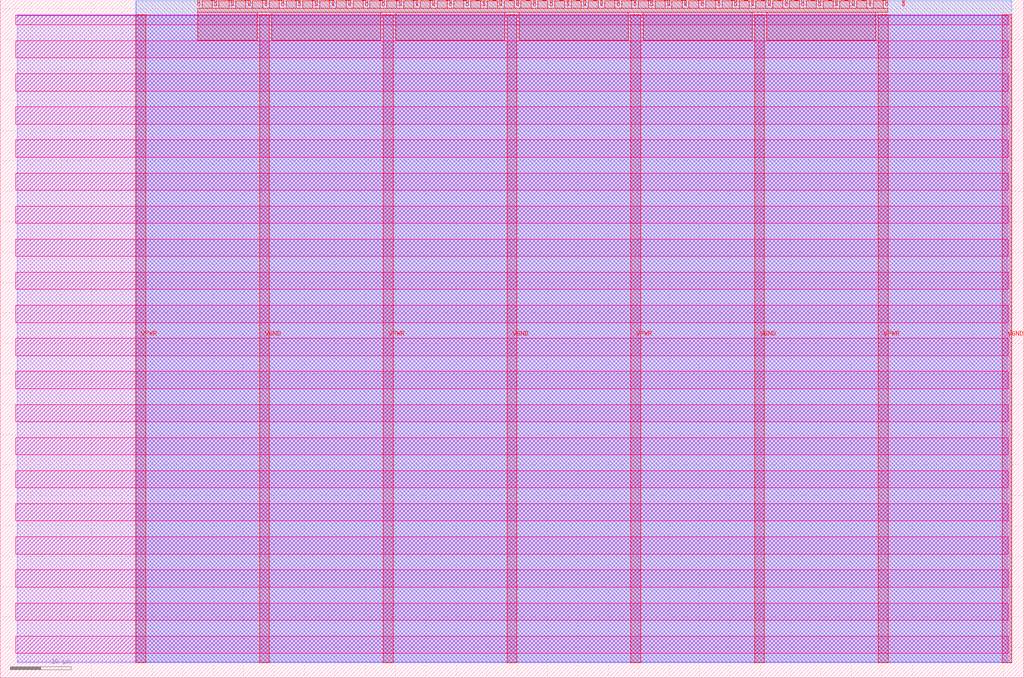
<source format=lef>
VERSION 5.7 ;
  NOWIREEXTENSIONATPIN ON ;
  DIVIDERCHAR "/" ;
  BUSBITCHARS "[]" ;
MACRO tt_um_wokwi_380120751165092865
  CLASS BLOCK ;
  FOREIGN tt_um_wokwi_380120751165092865 ;
  ORIGIN 0.000 0.000 ;
  SIZE 168.360 BY 111.520 ;
  PIN VGND
    DIRECTION INOUT ;
    USE GROUND ;
    PORT
      LAYER met4 ;
        RECT 42.670 2.480 44.270 109.040 ;
    END
    PORT
      LAYER met4 ;
        RECT 83.380 2.480 84.980 109.040 ;
    END
    PORT
      LAYER met4 ;
        RECT 124.090 2.480 125.690 109.040 ;
    END
    PORT
      LAYER met4 ;
        RECT 164.800 2.480 166.400 109.040 ;
    END
  END VGND
  PIN VPWR
    DIRECTION INOUT ;
    USE POWER ;
    PORT
      LAYER met4 ;
        RECT 22.315 2.480 23.915 109.040 ;
    END
    PORT
      LAYER met4 ;
        RECT 63.025 2.480 64.625 109.040 ;
    END
    PORT
      LAYER met4 ;
        RECT 103.735 2.480 105.335 109.040 ;
    END
    PORT
      LAYER met4 ;
        RECT 144.445 2.480 146.045 109.040 ;
    END
  END VPWR
  PIN clk
    DIRECTION INPUT ;
    USE SIGNAL ;
    ANTENNAGATEAREA 0.159000 ;
    PORT
      LAYER met4 ;
        RECT 145.670 110.520 145.970 111.520 ;
    END
  END clk
  PIN ena
    DIRECTION INPUT ;
    USE SIGNAL ;
    PORT
      LAYER met4 ;
        RECT 148.430 110.520 148.730 111.520 ;
    END
  END ena
  PIN rst_n
    DIRECTION INPUT ;
    USE SIGNAL ;
    ANTENNAGATEAREA 0.213000 ;
    PORT
      LAYER met4 ;
        RECT 142.910 110.520 143.210 111.520 ;
    END
  END rst_n
  PIN ui_in[0]
    DIRECTION INPUT ;
    USE SIGNAL ;
    ANTENNAGATEAREA 0.196500 ;
    PORT
      LAYER met4 ;
        RECT 140.150 110.520 140.450 111.520 ;
    END
  END ui_in[0]
  PIN ui_in[1]
    DIRECTION INPUT ;
    USE SIGNAL ;
    ANTENNAGATEAREA 0.196500 ;
    PORT
      LAYER met4 ;
        RECT 137.390 110.520 137.690 111.520 ;
    END
  END ui_in[1]
  PIN ui_in[2]
    DIRECTION INPUT ;
    USE SIGNAL ;
    ANTENNAGATEAREA 0.196500 ;
    PORT
      LAYER met4 ;
        RECT 134.630 110.520 134.930 111.520 ;
    END
  END ui_in[2]
  PIN ui_in[3]
    DIRECTION INPUT ;
    USE SIGNAL ;
    ANTENNAGATEAREA 0.196500 ;
    PORT
      LAYER met4 ;
        RECT 131.870 110.520 132.170 111.520 ;
    END
  END ui_in[3]
  PIN ui_in[4]
    DIRECTION INPUT ;
    USE SIGNAL ;
    PORT
      LAYER met4 ;
        RECT 129.110 110.520 129.410 111.520 ;
    END
  END ui_in[4]
  PIN ui_in[5]
    DIRECTION INPUT ;
    USE SIGNAL ;
    PORT
      LAYER met4 ;
        RECT 126.350 110.520 126.650 111.520 ;
    END
  END ui_in[5]
  PIN ui_in[6]
    DIRECTION INPUT ;
    USE SIGNAL ;
    ANTENNAGATEAREA 0.196500 ;
    PORT
      LAYER met4 ;
        RECT 123.590 110.520 123.890 111.520 ;
    END
  END ui_in[6]
  PIN ui_in[7]
    DIRECTION INPUT ;
    USE SIGNAL ;
    ANTENNAGATEAREA 0.196500 ;
    PORT
      LAYER met4 ;
        RECT 120.830 110.520 121.130 111.520 ;
    END
  END ui_in[7]
  PIN uio_in[0]
    DIRECTION INPUT ;
    USE SIGNAL ;
    PORT
      LAYER met4 ;
        RECT 118.070 110.520 118.370 111.520 ;
    END
  END uio_in[0]
  PIN uio_in[1]
    DIRECTION INPUT ;
    USE SIGNAL ;
    PORT
      LAYER met4 ;
        RECT 115.310 110.520 115.610 111.520 ;
    END
  END uio_in[1]
  PIN uio_in[2]
    DIRECTION INPUT ;
    USE SIGNAL ;
    PORT
      LAYER met4 ;
        RECT 112.550 110.520 112.850 111.520 ;
    END
  END uio_in[2]
  PIN uio_in[3]
    DIRECTION INPUT ;
    USE SIGNAL ;
    PORT
      LAYER met4 ;
        RECT 109.790 110.520 110.090 111.520 ;
    END
  END uio_in[3]
  PIN uio_in[4]
    DIRECTION INPUT ;
    USE SIGNAL ;
    PORT
      LAYER met4 ;
        RECT 107.030 110.520 107.330 111.520 ;
    END
  END uio_in[4]
  PIN uio_in[5]
    DIRECTION INPUT ;
    USE SIGNAL ;
    PORT
      LAYER met4 ;
        RECT 104.270 110.520 104.570 111.520 ;
    END
  END uio_in[5]
  PIN uio_in[6]
    DIRECTION INPUT ;
    USE SIGNAL ;
    PORT
      LAYER met4 ;
        RECT 101.510 110.520 101.810 111.520 ;
    END
  END uio_in[6]
  PIN uio_in[7]
    DIRECTION INPUT ;
    USE SIGNAL ;
    PORT
      LAYER met4 ;
        RECT 98.750 110.520 99.050 111.520 ;
    END
  END uio_in[7]
  PIN uio_oe[0]
    DIRECTION OUTPUT TRISTATE ;
    USE SIGNAL ;
    PORT
      LAYER met4 ;
        RECT 51.830 110.520 52.130 111.520 ;
    END
  END uio_oe[0]
  PIN uio_oe[1]
    DIRECTION OUTPUT TRISTATE ;
    USE SIGNAL ;
    PORT
      LAYER met4 ;
        RECT 49.070 110.520 49.370 111.520 ;
    END
  END uio_oe[1]
  PIN uio_oe[2]
    DIRECTION OUTPUT TRISTATE ;
    USE SIGNAL ;
    PORT
      LAYER met4 ;
        RECT 46.310 110.520 46.610 111.520 ;
    END
  END uio_oe[2]
  PIN uio_oe[3]
    DIRECTION OUTPUT TRISTATE ;
    USE SIGNAL ;
    PORT
      LAYER met4 ;
        RECT 43.550 110.520 43.850 111.520 ;
    END
  END uio_oe[3]
  PIN uio_oe[4]
    DIRECTION OUTPUT TRISTATE ;
    USE SIGNAL ;
    PORT
      LAYER met4 ;
        RECT 40.790 110.520 41.090 111.520 ;
    END
  END uio_oe[4]
  PIN uio_oe[5]
    DIRECTION OUTPUT TRISTATE ;
    USE SIGNAL ;
    PORT
      LAYER met4 ;
        RECT 38.030 110.520 38.330 111.520 ;
    END
  END uio_oe[5]
  PIN uio_oe[6]
    DIRECTION OUTPUT TRISTATE ;
    USE SIGNAL ;
    PORT
      LAYER met4 ;
        RECT 35.270 110.520 35.570 111.520 ;
    END
  END uio_oe[6]
  PIN uio_oe[7]
    DIRECTION OUTPUT TRISTATE ;
    USE SIGNAL ;
    PORT
      LAYER met4 ;
        RECT 32.510 110.520 32.810 111.520 ;
    END
  END uio_oe[7]
  PIN uio_out[0]
    DIRECTION OUTPUT TRISTATE ;
    USE SIGNAL ;
    PORT
      LAYER met4 ;
        RECT 73.910 110.520 74.210 111.520 ;
    END
  END uio_out[0]
  PIN uio_out[1]
    DIRECTION OUTPUT TRISTATE ;
    USE SIGNAL ;
    PORT
      LAYER met4 ;
        RECT 71.150 110.520 71.450 111.520 ;
    END
  END uio_out[1]
  PIN uio_out[2]
    DIRECTION OUTPUT TRISTATE ;
    USE SIGNAL ;
    PORT
      LAYER met4 ;
        RECT 68.390 110.520 68.690 111.520 ;
    END
  END uio_out[2]
  PIN uio_out[3]
    DIRECTION OUTPUT TRISTATE ;
    USE SIGNAL ;
    PORT
      LAYER met4 ;
        RECT 65.630 110.520 65.930 111.520 ;
    END
  END uio_out[3]
  PIN uio_out[4]
    DIRECTION OUTPUT TRISTATE ;
    USE SIGNAL ;
    PORT
      LAYER met4 ;
        RECT 62.870 110.520 63.170 111.520 ;
    END
  END uio_out[4]
  PIN uio_out[5]
    DIRECTION OUTPUT TRISTATE ;
    USE SIGNAL ;
    PORT
      LAYER met4 ;
        RECT 60.110 110.520 60.410 111.520 ;
    END
  END uio_out[5]
  PIN uio_out[6]
    DIRECTION OUTPUT TRISTATE ;
    USE SIGNAL ;
    PORT
      LAYER met4 ;
        RECT 57.350 110.520 57.650 111.520 ;
    END
  END uio_out[6]
  PIN uio_out[7]
    DIRECTION OUTPUT TRISTATE ;
    USE SIGNAL ;
    PORT
      LAYER met4 ;
        RECT 54.590 110.520 54.890 111.520 ;
    END
  END uio_out[7]
  PIN uo_out[0]
    DIRECTION OUTPUT TRISTATE ;
    USE SIGNAL ;
    ANTENNADIFFAREA 0.795200 ;
    PORT
      LAYER met4 ;
        RECT 95.990 110.520 96.290 111.520 ;
    END
  END uo_out[0]
  PIN uo_out[1]
    DIRECTION OUTPUT TRISTATE ;
    USE SIGNAL ;
    ANTENNADIFFAREA 0.445500 ;
    PORT
      LAYER met4 ;
        RECT 93.230 110.520 93.530 111.520 ;
    END
  END uo_out[1]
  PIN uo_out[2]
    DIRECTION OUTPUT TRISTATE ;
    USE SIGNAL ;
    ANTENNADIFFAREA 0.795200 ;
    PORT
      LAYER met4 ;
        RECT 90.470 110.520 90.770 111.520 ;
    END
  END uo_out[2]
  PIN uo_out[3]
    DIRECTION OUTPUT TRISTATE ;
    USE SIGNAL ;
    ANTENNADIFFAREA 0.795200 ;
    PORT
      LAYER met4 ;
        RECT 87.710 110.520 88.010 111.520 ;
    END
  END uo_out[3]
  PIN uo_out[4]
    DIRECTION OUTPUT TRISTATE ;
    USE SIGNAL ;
    ANTENNADIFFAREA 0.795200 ;
    PORT
      LAYER met4 ;
        RECT 84.950 110.520 85.250 111.520 ;
    END
  END uo_out[4]
  PIN uo_out[5]
    DIRECTION OUTPUT TRISTATE ;
    USE SIGNAL ;
    PORT
      LAYER met4 ;
        RECT 82.190 110.520 82.490 111.520 ;
    END
  END uo_out[5]
  PIN uo_out[6]
    DIRECTION OUTPUT TRISTATE ;
    USE SIGNAL ;
    PORT
      LAYER met4 ;
        RECT 79.430 110.520 79.730 111.520 ;
    END
  END uo_out[6]
  PIN uo_out[7]
    DIRECTION OUTPUT TRISTATE ;
    USE SIGNAL ;
    PORT
      LAYER met4 ;
        RECT 76.670 110.520 76.970 111.520 ;
    END
  END uo_out[7]
  OBS
      LAYER nwell ;
        RECT 2.570 107.385 165.790 108.990 ;
        RECT 2.570 101.945 165.790 104.775 ;
        RECT 2.570 96.505 165.790 99.335 ;
        RECT 2.570 91.065 165.790 93.895 ;
        RECT 2.570 85.625 165.790 88.455 ;
        RECT 2.570 80.185 165.790 83.015 ;
        RECT 2.570 74.745 165.790 77.575 ;
        RECT 2.570 69.305 165.790 72.135 ;
        RECT 2.570 63.865 165.790 66.695 ;
        RECT 2.570 58.425 165.790 61.255 ;
        RECT 2.570 52.985 165.790 55.815 ;
        RECT 2.570 47.545 165.790 50.375 ;
        RECT 2.570 42.105 165.790 44.935 ;
        RECT 2.570 36.665 165.790 39.495 ;
        RECT 2.570 31.225 165.790 34.055 ;
        RECT 2.570 25.785 165.790 28.615 ;
        RECT 2.570 20.345 165.790 23.175 ;
        RECT 2.570 14.905 165.790 17.735 ;
        RECT 2.570 9.465 165.790 12.295 ;
        RECT 2.570 4.025 165.790 6.855 ;
      LAYER li1 ;
        RECT 2.760 2.635 165.600 108.885 ;
      LAYER met1 ;
        RECT 2.760 2.480 166.400 109.040 ;
      LAYER met2 ;
        RECT 22.345 2.535 166.370 111.365 ;
      LAYER met3 ;
        RECT 22.325 2.555 166.390 111.345 ;
      LAYER met4 ;
        RECT 33.210 110.120 34.870 111.345 ;
        RECT 35.970 110.120 37.630 111.345 ;
        RECT 38.730 110.120 40.390 111.345 ;
        RECT 41.490 110.120 43.150 111.345 ;
        RECT 44.250 110.120 45.910 111.345 ;
        RECT 47.010 110.120 48.670 111.345 ;
        RECT 49.770 110.120 51.430 111.345 ;
        RECT 52.530 110.120 54.190 111.345 ;
        RECT 55.290 110.120 56.950 111.345 ;
        RECT 58.050 110.120 59.710 111.345 ;
        RECT 60.810 110.120 62.470 111.345 ;
        RECT 63.570 110.120 65.230 111.345 ;
        RECT 66.330 110.120 67.990 111.345 ;
        RECT 69.090 110.120 70.750 111.345 ;
        RECT 71.850 110.120 73.510 111.345 ;
        RECT 74.610 110.120 76.270 111.345 ;
        RECT 77.370 110.120 79.030 111.345 ;
        RECT 80.130 110.120 81.790 111.345 ;
        RECT 82.890 110.120 84.550 111.345 ;
        RECT 85.650 110.120 87.310 111.345 ;
        RECT 88.410 110.120 90.070 111.345 ;
        RECT 91.170 110.120 92.830 111.345 ;
        RECT 93.930 110.120 95.590 111.345 ;
        RECT 96.690 110.120 98.350 111.345 ;
        RECT 99.450 110.120 101.110 111.345 ;
        RECT 102.210 110.120 103.870 111.345 ;
        RECT 104.970 110.120 106.630 111.345 ;
        RECT 107.730 110.120 109.390 111.345 ;
        RECT 110.490 110.120 112.150 111.345 ;
        RECT 113.250 110.120 114.910 111.345 ;
        RECT 116.010 110.120 117.670 111.345 ;
        RECT 118.770 110.120 120.430 111.345 ;
        RECT 121.530 110.120 123.190 111.345 ;
        RECT 124.290 110.120 125.950 111.345 ;
        RECT 127.050 110.120 128.710 111.345 ;
        RECT 129.810 110.120 131.470 111.345 ;
        RECT 132.570 110.120 134.230 111.345 ;
        RECT 135.330 110.120 136.990 111.345 ;
        RECT 138.090 110.120 139.750 111.345 ;
        RECT 140.850 110.120 142.510 111.345 ;
        RECT 143.610 110.120 145.270 111.345 ;
        RECT 32.495 109.440 145.985 110.120 ;
        RECT 32.495 104.895 42.270 109.440 ;
        RECT 44.670 104.895 62.625 109.440 ;
        RECT 65.025 104.895 82.980 109.440 ;
        RECT 85.380 104.895 103.335 109.440 ;
        RECT 105.735 104.895 123.690 109.440 ;
        RECT 126.090 104.895 144.045 109.440 ;
  END
END tt_um_wokwi_380120751165092865
END LIBRARY


</source>
